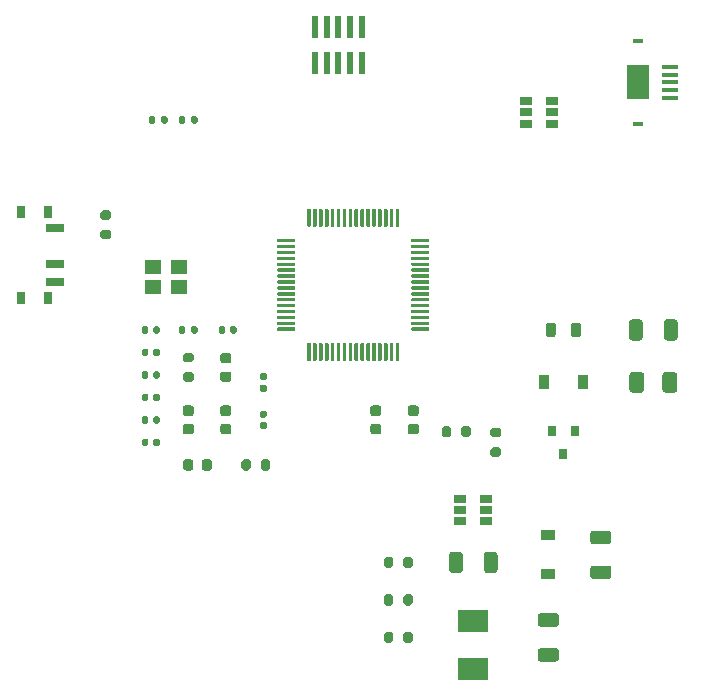
<source format=gbr>
%TF.GenerationSoftware,KiCad,Pcbnew,(5.1.9)-1*%
%TF.CreationDate,2021-05-06T02:52:03-06:00*%
%TF.ProjectId,stm32 design,73746d33-3220-4646-9573-69676e2e6b69,rev?*%
%TF.SameCoordinates,Original*%
%TF.FileFunction,Paste,Top*%
%TF.FilePolarity,Positive*%
%FSLAX46Y46*%
G04 Gerber Fmt 4.6, Leading zero omitted, Abs format (unit mm)*
G04 Created by KiCad (PCBNEW (5.1.9)-1) date 2021-05-06 02:52:03*
%MOMM*%
%LPD*%
G01*
G04 APERTURE LIST*
%ADD10R,1.350000X0.400000*%
%ADD11R,1.900000X2.900000*%
%ADD12R,0.850000X0.300000*%
%ADD13R,0.900000X1.200000*%
%ADD14R,1.200000X0.900000*%
%ADD15R,0.500000X1.850000*%
%ADD16R,2.500000X1.900000*%
%ADD17R,0.800000X0.900000*%
%ADD18R,1.500000X0.700000*%
%ADD19R,0.800000X1.000000*%
%ADD20R,1.060000X0.650000*%
%ADD21R,1.400000X1.200000*%
G04 APERTURE END LIST*
D10*
%TO.C,J2*%
X167775000Y-59025000D03*
X167775000Y-59675000D03*
X167775000Y-60325000D03*
X167775000Y-61625000D03*
X167775000Y-60975000D03*
D11*
X165100000Y-60325000D03*
D12*
X165100000Y-63825000D03*
X165100000Y-56825000D03*
%TD*%
%TO.C,C1*%
G36*
G01*
X130530000Y-81450000D02*
X130530000Y-81110000D01*
G75*
G02*
X130670000Y-80970000I140000J0D01*
G01*
X130950000Y-80970000D01*
G75*
G02*
X131090000Y-81110000I0J-140000D01*
G01*
X131090000Y-81450000D01*
G75*
G02*
X130950000Y-81590000I-140000J0D01*
G01*
X130670000Y-81590000D01*
G75*
G02*
X130530000Y-81450000I0J140000D01*
G01*
G37*
G36*
G01*
X129570000Y-81450000D02*
X129570000Y-81110000D01*
G75*
G02*
X129710000Y-80970000I140000J0D01*
G01*
X129990000Y-80970000D01*
G75*
G02*
X130130000Y-81110000I0J-140000D01*
G01*
X130130000Y-81450000D01*
G75*
G02*
X129990000Y-81590000I-140000J0D01*
G01*
X129710000Y-81590000D01*
G75*
G02*
X129570000Y-81450000I0J140000D01*
G01*
G37*
%TD*%
%TO.C,C2*%
G36*
G01*
X127250000Y-88575000D02*
X126750000Y-88575000D01*
G75*
G02*
X126525000Y-88350000I0J225000D01*
G01*
X126525000Y-87900000D01*
G75*
G02*
X126750000Y-87675000I225000J0D01*
G01*
X127250000Y-87675000D01*
G75*
G02*
X127475000Y-87900000I0J-225000D01*
G01*
X127475000Y-88350000D01*
G75*
G02*
X127250000Y-88575000I-225000J0D01*
G01*
G37*
G36*
G01*
X127250000Y-90125000D02*
X126750000Y-90125000D01*
G75*
G02*
X126525000Y-89900000I0J225000D01*
G01*
X126525000Y-89450000D01*
G75*
G02*
X126750000Y-89225000I225000J0D01*
G01*
X127250000Y-89225000D01*
G75*
G02*
X127475000Y-89450000I0J-225000D01*
G01*
X127475000Y-89900000D01*
G75*
G02*
X127250000Y-90125000I-225000J0D01*
G01*
G37*
%TD*%
%TO.C,C3*%
G36*
G01*
X124585000Y-81110000D02*
X124585000Y-81450000D01*
G75*
G02*
X124445000Y-81590000I-140000J0D01*
G01*
X124165000Y-81590000D01*
G75*
G02*
X124025000Y-81450000I0J140000D01*
G01*
X124025000Y-81110000D01*
G75*
G02*
X124165000Y-80970000I140000J0D01*
G01*
X124445000Y-80970000D01*
G75*
G02*
X124585000Y-81110000I0J-140000D01*
G01*
G37*
G36*
G01*
X123625000Y-81110000D02*
X123625000Y-81450000D01*
G75*
G02*
X123485000Y-81590000I-140000J0D01*
G01*
X123205000Y-81590000D01*
G75*
G02*
X123065000Y-81450000I0J140000D01*
G01*
X123065000Y-81110000D01*
G75*
G02*
X123205000Y-80970000I140000J0D01*
G01*
X123485000Y-80970000D01*
G75*
G02*
X123625000Y-81110000I0J-140000D01*
G01*
G37*
%TD*%
%TO.C,C4*%
G36*
G01*
X124025000Y-85260000D02*
X124025000Y-84920000D01*
G75*
G02*
X124165000Y-84780000I140000J0D01*
G01*
X124445000Y-84780000D01*
G75*
G02*
X124585000Y-84920000I0J-140000D01*
G01*
X124585000Y-85260000D01*
G75*
G02*
X124445000Y-85400000I-140000J0D01*
G01*
X124165000Y-85400000D01*
G75*
G02*
X124025000Y-85260000I0J140000D01*
G01*
G37*
G36*
G01*
X123065000Y-85260000D02*
X123065000Y-84920000D01*
G75*
G02*
X123205000Y-84780000I140000J0D01*
G01*
X123485000Y-84780000D01*
G75*
G02*
X123625000Y-84920000I0J-140000D01*
G01*
X123625000Y-85260000D01*
G75*
G02*
X123485000Y-85400000I-140000J0D01*
G01*
X123205000Y-85400000D01*
G75*
G02*
X123065000Y-85260000I0J140000D01*
G01*
G37*
%TD*%
%TO.C,C5*%
G36*
G01*
X124585000Y-83015000D02*
X124585000Y-83355000D01*
G75*
G02*
X124445000Y-83495000I-140000J0D01*
G01*
X124165000Y-83495000D01*
G75*
G02*
X124025000Y-83355000I0J140000D01*
G01*
X124025000Y-83015000D01*
G75*
G02*
X124165000Y-82875000I140000J0D01*
G01*
X124445000Y-82875000D01*
G75*
G02*
X124585000Y-83015000I0J-140000D01*
G01*
G37*
G36*
G01*
X123625000Y-83015000D02*
X123625000Y-83355000D01*
G75*
G02*
X123485000Y-83495000I-140000J0D01*
G01*
X123205000Y-83495000D01*
G75*
G02*
X123065000Y-83355000I0J140000D01*
G01*
X123065000Y-83015000D01*
G75*
G02*
X123205000Y-82875000I140000J0D01*
G01*
X123485000Y-82875000D01*
G75*
G02*
X123625000Y-83015000I0J-140000D01*
G01*
G37*
%TD*%
%TO.C,C6*%
G36*
G01*
X123625000Y-90635000D02*
X123625000Y-90975000D01*
G75*
G02*
X123485000Y-91115000I-140000J0D01*
G01*
X123205000Y-91115000D01*
G75*
G02*
X123065000Y-90975000I0J140000D01*
G01*
X123065000Y-90635000D01*
G75*
G02*
X123205000Y-90495000I140000J0D01*
G01*
X123485000Y-90495000D01*
G75*
G02*
X123625000Y-90635000I0J-140000D01*
G01*
G37*
G36*
G01*
X124585000Y-90635000D02*
X124585000Y-90975000D01*
G75*
G02*
X124445000Y-91115000I-140000J0D01*
G01*
X124165000Y-91115000D01*
G75*
G02*
X124025000Y-90975000I0J140000D01*
G01*
X124025000Y-90635000D01*
G75*
G02*
X124165000Y-90495000I140000J0D01*
G01*
X124445000Y-90495000D01*
G75*
G02*
X124585000Y-90635000I0J-140000D01*
G01*
G37*
%TD*%
%TO.C,C7*%
G36*
G01*
X142625000Y-87675000D02*
X143125000Y-87675000D01*
G75*
G02*
X143350000Y-87900000I0J-225000D01*
G01*
X143350000Y-88350000D01*
G75*
G02*
X143125000Y-88575000I-225000J0D01*
G01*
X142625000Y-88575000D01*
G75*
G02*
X142400000Y-88350000I0J225000D01*
G01*
X142400000Y-87900000D01*
G75*
G02*
X142625000Y-87675000I225000J0D01*
G01*
G37*
G36*
G01*
X142625000Y-89225000D02*
X143125000Y-89225000D01*
G75*
G02*
X143350000Y-89450000I0J-225000D01*
G01*
X143350000Y-89900000D01*
G75*
G02*
X143125000Y-90125000I-225000J0D01*
G01*
X142625000Y-90125000D01*
G75*
G02*
X142400000Y-89900000I0J225000D01*
G01*
X142400000Y-89450000D01*
G75*
G02*
X142625000Y-89225000I225000J0D01*
G01*
G37*
%TD*%
%TO.C,C8*%
G36*
G01*
X145800000Y-89225000D02*
X146300000Y-89225000D01*
G75*
G02*
X146525000Y-89450000I0J-225000D01*
G01*
X146525000Y-89900000D01*
G75*
G02*
X146300000Y-90125000I-225000J0D01*
G01*
X145800000Y-90125000D01*
G75*
G02*
X145575000Y-89900000I0J225000D01*
G01*
X145575000Y-89450000D01*
G75*
G02*
X145800000Y-89225000I225000J0D01*
G01*
G37*
G36*
G01*
X145800000Y-87675000D02*
X146300000Y-87675000D01*
G75*
G02*
X146525000Y-87900000I0J-225000D01*
G01*
X146525000Y-88350000D01*
G75*
G02*
X146300000Y-88575000I-225000J0D01*
G01*
X145800000Y-88575000D01*
G75*
G02*
X145575000Y-88350000I0J225000D01*
G01*
X145575000Y-87900000D01*
G75*
G02*
X145800000Y-87675000I225000J0D01*
G01*
G37*
%TD*%
%TO.C,C9*%
G36*
G01*
X124585000Y-86825000D02*
X124585000Y-87165000D01*
G75*
G02*
X124445000Y-87305000I-140000J0D01*
G01*
X124165000Y-87305000D01*
G75*
G02*
X124025000Y-87165000I0J140000D01*
G01*
X124025000Y-86825000D01*
G75*
G02*
X124165000Y-86685000I140000J0D01*
G01*
X124445000Y-86685000D01*
G75*
G02*
X124585000Y-86825000I0J-140000D01*
G01*
G37*
G36*
G01*
X123625000Y-86825000D02*
X123625000Y-87165000D01*
G75*
G02*
X123485000Y-87305000I-140000J0D01*
G01*
X123205000Y-87305000D01*
G75*
G02*
X123065000Y-87165000I0J140000D01*
G01*
X123065000Y-86825000D01*
G75*
G02*
X123205000Y-86685000I140000J0D01*
G01*
X123485000Y-86685000D01*
G75*
G02*
X123625000Y-86825000I0J-140000D01*
G01*
G37*
%TD*%
%TO.C,C10*%
G36*
G01*
X123625000Y-88730000D02*
X123625000Y-89070000D01*
G75*
G02*
X123485000Y-89210000I-140000J0D01*
G01*
X123205000Y-89210000D01*
G75*
G02*
X123065000Y-89070000I0J140000D01*
G01*
X123065000Y-88730000D01*
G75*
G02*
X123205000Y-88590000I140000J0D01*
G01*
X123485000Y-88590000D01*
G75*
G02*
X123625000Y-88730000I0J-140000D01*
G01*
G37*
G36*
G01*
X124585000Y-88730000D02*
X124585000Y-89070000D01*
G75*
G02*
X124445000Y-89210000I-140000J0D01*
G01*
X124165000Y-89210000D01*
G75*
G02*
X124025000Y-89070000I0J140000D01*
G01*
X124025000Y-88730000D01*
G75*
G02*
X124165000Y-88590000I140000J0D01*
G01*
X124445000Y-88590000D01*
G75*
G02*
X124585000Y-88730000I0J-140000D01*
G01*
G37*
%TD*%
%TO.C,C11*%
G36*
G01*
X133180000Y-88140000D02*
X133520000Y-88140000D01*
G75*
G02*
X133660000Y-88280000I0J-140000D01*
G01*
X133660000Y-88560000D01*
G75*
G02*
X133520000Y-88700000I-140000J0D01*
G01*
X133180000Y-88700000D01*
G75*
G02*
X133040000Y-88560000I0J140000D01*
G01*
X133040000Y-88280000D01*
G75*
G02*
X133180000Y-88140000I140000J0D01*
G01*
G37*
G36*
G01*
X133180000Y-89100000D02*
X133520000Y-89100000D01*
G75*
G02*
X133660000Y-89240000I0J-140000D01*
G01*
X133660000Y-89520000D01*
G75*
G02*
X133520000Y-89660000I-140000J0D01*
G01*
X133180000Y-89660000D01*
G75*
G02*
X133040000Y-89520000I0J140000D01*
G01*
X133040000Y-89240000D01*
G75*
G02*
X133180000Y-89100000I140000J0D01*
G01*
G37*
%TD*%
%TO.C,C12*%
G36*
G01*
X130425000Y-90125000D02*
X129925000Y-90125000D01*
G75*
G02*
X129700000Y-89900000I0J225000D01*
G01*
X129700000Y-89450000D01*
G75*
G02*
X129925000Y-89225000I225000J0D01*
G01*
X130425000Y-89225000D01*
G75*
G02*
X130650000Y-89450000I0J-225000D01*
G01*
X130650000Y-89900000D01*
G75*
G02*
X130425000Y-90125000I-225000J0D01*
G01*
G37*
G36*
G01*
X130425000Y-88575000D02*
X129925000Y-88575000D01*
G75*
G02*
X129700000Y-88350000I0J225000D01*
G01*
X129700000Y-87900000D01*
G75*
G02*
X129925000Y-87675000I225000J0D01*
G01*
X130425000Y-87675000D01*
G75*
G02*
X130650000Y-87900000I0J-225000D01*
G01*
X130650000Y-88350000D01*
G75*
G02*
X130425000Y-88575000I-225000J0D01*
G01*
G37*
%TD*%
%TO.C,C13*%
G36*
G01*
X167270000Y-81930001D02*
X167270000Y-80629999D01*
G75*
G02*
X167519999Y-80380000I249999J0D01*
G01*
X168170001Y-80380000D01*
G75*
G02*
X168420000Y-80629999I0J-249999D01*
G01*
X168420000Y-81930001D01*
G75*
G02*
X168170001Y-82180000I-249999J0D01*
G01*
X167519999Y-82180000D01*
G75*
G02*
X167270000Y-81930001I0J249999D01*
G01*
G37*
G36*
G01*
X164320000Y-81930001D02*
X164320000Y-80629999D01*
G75*
G02*
X164569999Y-80380000I249999J0D01*
G01*
X165220001Y-80380000D01*
G75*
G02*
X165470000Y-80629999I0J-249999D01*
G01*
X165470000Y-81930001D01*
G75*
G02*
X165220001Y-82180000I-249999J0D01*
G01*
X164569999Y-82180000D01*
G75*
G02*
X164320000Y-81930001I0J249999D01*
G01*
G37*
%TD*%
%TO.C,C14*%
G36*
G01*
X153180000Y-100314999D02*
X153180000Y-101615001D01*
G75*
G02*
X152930001Y-101865000I-249999J0D01*
G01*
X152279999Y-101865000D01*
G75*
G02*
X152030000Y-101615001I0J249999D01*
G01*
X152030000Y-100314999D01*
G75*
G02*
X152279999Y-100065000I249999J0D01*
G01*
X152930001Y-100065000D01*
G75*
G02*
X153180000Y-100314999I0J-249999D01*
G01*
G37*
G36*
G01*
X150230000Y-100314999D02*
X150230000Y-101615001D01*
G75*
G02*
X149980001Y-101865000I-249999J0D01*
G01*
X149329999Y-101865000D01*
G75*
G02*
X149080000Y-101615001I0J249999D01*
G01*
X149080000Y-100314999D01*
G75*
G02*
X149329999Y-100065000I249999J0D01*
G01*
X149980001Y-100065000D01*
G75*
G02*
X150230000Y-100314999I0J-249999D01*
G01*
G37*
%TD*%
%TO.C,C15*%
G36*
G01*
X156829999Y-105265000D02*
X158130001Y-105265000D01*
G75*
G02*
X158380000Y-105514999I0J-249999D01*
G01*
X158380000Y-106165001D01*
G75*
G02*
X158130001Y-106415000I-249999J0D01*
G01*
X156829999Y-106415000D01*
G75*
G02*
X156580000Y-106165001I0J249999D01*
G01*
X156580000Y-105514999D01*
G75*
G02*
X156829999Y-105265000I249999J0D01*
G01*
G37*
G36*
G01*
X156829999Y-108215000D02*
X158130001Y-108215000D01*
G75*
G02*
X158380000Y-108464999I0J-249999D01*
G01*
X158380000Y-109115001D01*
G75*
G02*
X158130001Y-109365000I-249999J0D01*
G01*
X156829999Y-109365000D01*
G75*
G02*
X156580000Y-109115001I0J249999D01*
G01*
X156580000Y-108464999D01*
G75*
G02*
X156829999Y-108215000I249999J0D01*
G01*
G37*
%TD*%
%TO.C,C16*%
G36*
G01*
X162575001Y-99430000D02*
X161274999Y-99430000D01*
G75*
G02*
X161025000Y-99180001I0J249999D01*
G01*
X161025000Y-98529999D01*
G75*
G02*
X161274999Y-98280000I249999J0D01*
G01*
X162575001Y-98280000D01*
G75*
G02*
X162825000Y-98529999I0J-249999D01*
G01*
X162825000Y-99180001D01*
G75*
G02*
X162575001Y-99430000I-249999J0D01*
G01*
G37*
G36*
G01*
X162575001Y-102380000D02*
X161274999Y-102380000D01*
G75*
G02*
X161025000Y-102130001I0J249999D01*
G01*
X161025000Y-101479999D01*
G75*
G02*
X161274999Y-101230000I249999J0D01*
G01*
X162575001Y-101230000D01*
G75*
G02*
X162825000Y-101479999I0J-249999D01*
G01*
X162825000Y-102130001D01*
G75*
G02*
X162575001Y-102380000I-249999J0D01*
G01*
G37*
%TD*%
%TO.C,D1*%
G36*
G01*
X130431250Y-84105000D02*
X129918750Y-84105000D01*
G75*
G02*
X129700000Y-83886250I0J218750D01*
G01*
X129700000Y-83448750D01*
G75*
G02*
X129918750Y-83230000I218750J0D01*
G01*
X130431250Y-83230000D01*
G75*
G02*
X130650000Y-83448750I0J-218750D01*
G01*
X130650000Y-83886250D01*
G75*
G02*
X130431250Y-84105000I-218750J0D01*
G01*
G37*
G36*
G01*
X130431250Y-85680000D02*
X129918750Y-85680000D01*
G75*
G02*
X129700000Y-85461250I0J218750D01*
G01*
X129700000Y-85023750D01*
G75*
G02*
X129918750Y-84805000I218750J0D01*
G01*
X130431250Y-84805000D01*
G75*
G02*
X130650000Y-85023750I0J-218750D01*
G01*
X130650000Y-85461250D01*
G75*
G02*
X130431250Y-85680000I-218750J0D01*
G01*
G37*
%TD*%
D13*
%TO.C,D2*%
X160400000Y-85725000D03*
X157100000Y-85725000D03*
%TD*%
D14*
%TO.C,D3*%
X157480000Y-98680000D03*
X157480000Y-101980000D03*
%TD*%
%TO.C,D4*%
G36*
G01*
X126562500Y-92966250D02*
X126562500Y-92453750D01*
G75*
G02*
X126781250Y-92235000I218750J0D01*
G01*
X127218750Y-92235000D01*
G75*
G02*
X127437500Y-92453750I0J-218750D01*
G01*
X127437500Y-92966250D01*
G75*
G02*
X127218750Y-93185000I-218750J0D01*
G01*
X126781250Y-93185000D01*
G75*
G02*
X126562500Y-92966250I0J218750D01*
G01*
G37*
G36*
G01*
X128137500Y-92966250D02*
X128137500Y-92453750D01*
G75*
G02*
X128356250Y-92235000I218750J0D01*
G01*
X128793750Y-92235000D01*
G75*
G02*
X129012500Y-92453750I0J-218750D01*
G01*
X129012500Y-92966250D01*
G75*
G02*
X128793750Y-93185000I-218750J0D01*
G01*
X128356250Y-93185000D01*
G75*
G02*
X128137500Y-92966250I0J218750D01*
G01*
G37*
%TD*%
%TO.C,F1*%
G36*
G01*
X164345000Y-86350000D02*
X164345000Y-85100000D01*
G75*
G02*
X164595000Y-84850000I250000J0D01*
G01*
X165345000Y-84850000D01*
G75*
G02*
X165595000Y-85100000I0J-250000D01*
G01*
X165595000Y-86350000D01*
G75*
G02*
X165345000Y-86600000I-250000J0D01*
G01*
X164595000Y-86600000D01*
G75*
G02*
X164345000Y-86350000I0J250000D01*
G01*
G37*
G36*
G01*
X167145000Y-86350000D02*
X167145000Y-85100000D01*
G75*
G02*
X167395000Y-84850000I250000J0D01*
G01*
X168145000Y-84850000D01*
G75*
G02*
X168395000Y-85100000I0J-250000D01*
G01*
X168395000Y-86350000D01*
G75*
G02*
X168145000Y-86600000I-250000J0D01*
G01*
X167395000Y-86600000D01*
G75*
G02*
X167145000Y-86350000I0J250000D01*
G01*
G37*
%TD*%
%TO.C,FB1*%
G36*
G01*
X160250000Y-80898750D02*
X160250000Y-81661250D01*
G75*
G02*
X160031250Y-81880000I-218750J0D01*
G01*
X159593750Y-81880000D01*
G75*
G02*
X159375000Y-81661250I0J218750D01*
G01*
X159375000Y-80898750D01*
G75*
G02*
X159593750Y-80680000I218750J0D01*
G01*
X160031250Y-80680000D01*
G75*
G02*
X160250000Y-80898750I0J-218750D01*
G01*
G37*
G36*
G01*
X158125000Y-80898750D02*
X158125000Y-81661250D01*
G75*
G02*
X157906250Y-81880000I-218750J0D01*
G01*
X157468750Y-81880000D01*
G75*
G02*
X157250000Y-81661250I0J218750D01*
G01*
X157250000Y-80898750D01*
G75*
G02*
X157468750Y-80680000I218750J0D01*
G01*
X157906250Y-80680000D01*
G75*
G02*
X158125000Y-80898750I0J-218750D01*
G01*
G37*
%TD*%
D15*
%TO.C,J3*%
X141700000Y-58675000D03*
X141700000Y-55625000D03*
X140700000Y-58675000D03*
X140700000Y-55625000D03*
X139700000Y-58675000D03*
X139700000Y-55625000D03*
X138700000Y-58675000D03*
X138700000Y-55625000D03*
X137700000Y-58675000D03*
X137700000Y-55625000D03*
%TD*%
%TO.C,L1*%
G36*
G01*
X133177500Y-84945000D02*
X133522500Y-84945000D01*
G75*
G02*
X133670000Y-85092500I0J-147500D01*
G01*
X133670000Y-85387500D01*
G75*
G02*
X133522500Y-85535000I-147500J0D01*
G01*
X133177500Y-85535000D01*
G75*
G02*
X133030000Y-85387500I0J147500D01*
G01*
X133030000Y-85092500D01*
G75*
G02*
X133177500Y-84945000I147500J0D01*
G01*
G37*
G36*
G01*
X133177500Y-85915000D02*
X133522500Y-85915000D01*
G75*
G02*
X133670000Y-86062500I0J-147500D01*
G01*
X133670000Y-86357500D01*
G75*
G02*
X133522500Y-86505000I-147500J0D01*
G01*
X133177500Y-86505000D01*
G75*
G02*
X133030000Y-86357500I0J147500D01*
G01*
X133030000Y-86062500D01*
G75*
G02*
X133177500Y-85915000I147500J0D01*
G01*
G37*
%TD*%
D16*
%TO.C,L2*%
X151130000Y-110000000D03*
X151130000Y-105900000D03*
%TD*%
D17*
%TO.C,Q1*%
X159700000Y-89805000D03*
X157800000Y-89805000D03*
X158750000Y-91805000D03*
%TD*%
%TO.C,R1*%
G36*
G01*
X127275000Y-84030000D02*
X126725000Y-84030000D01*
G75*
G02*
X126525000Y-83830000I0J200000D01*
G01*
X126525000Y-83430000D01*
G75*
G02*
X126725000Y-83230000I200000J0D01*
G01*
X127275000Y-83230000D01*
G75*
G02*
X127475000Y-83430000I0J-200000D01*
G01*
X127475000Y-83830000D01*
G75*
G02*
X127275000Y-84030000I-200000J0D01*
G01*
G37*
G36*
G01*
X127275000Y-85680000D02*
X126725000Y-85680000D01*
G75*
G02*
X126525000Y-85480000I0J200000D01*
G01*
X126525000Y-85080000D01*
G75*
G02*
X126725000Y-84880000I200000J0D01*
G01*
X127275000Y-84880000D01*
G75*
G02*
X127475000Y-85080000I0J-200000D01*
G01*
X127475000Y-85480000D01*
G75*
G02*
X127275000Y-85680000I-200000J0D01*
G01*
G37*
%TD*%
%TO.C,R2*%
G36*
G01*
X127240000Y-63685000D02*
X127240000Y-63315000D01*
G75*
G02*
X127375000Y-63180000I135000J0D01*
G01*
X127645000Y-63180000D01*
G75*
G02*
X127780000Y-63315000I0J-135000D01*
G01*
X127780000Y-63685000D01*
G75*
G02*
X127645000Y-63820000I-135000J0D01*
G01*
X127375000Y-63820000D01*
G75*
G02*
X127240000Y-63685000I0J135000D01*
G01*
G37*
G36*
G01*
X126220000Y-63685000D02*
X126220000Y-63315000D01*
G75*
G02*
X126355000Y-63180000I135000J0D01*
G01*
X126625000Y-63180000D01*
G75*
G02*
X126760000Y-63315000I0J-135000D01*
G01*
X126760000Y-63685000D01*
G75*
G02*
X126625000Y-63820000I-135000J0D01*
G01*
X126355000Y-63820000D01*
G75*
G02*
X126220000Y-63685000I0J135000D01*
G01*
G37*
%TD*%
%TO.C,R3*%
G36*
G01*
X119740000Y-72815000D02*
X120290000Y-72815000D01*
G75*
G02*
X120490000Y-73015000I0J-200000D01*
G01*
X120490000Y-73415000D01*
G75*
G02*
X120290000Y-73615000I-200000J0D01*
G01*
X119740000Y-73615000D01*
G75*
G02*
X119540000Y-73415000I0J200000D01*
G01*
X119540000Y-73015000D01*
G75*
G02*
X119740000Y-72815000I200000J0D01*
G01*
G37*
G36*
G01*
X119740000Y-71165000D02*
X120290000Y-71165000D01*
G75*
G02*
X120490000Y-71365000I0J-200000D01*
G01*
X120490000Y-71765000D01*
G75*
G02*
X120290000Y-71965000I-200000J0D01*
G01*
X119740000Y-71965000D01*
G75*
G02*
X119540000Y-71765000I0J200000D01*
G01*
X119540000Y-71365000D01*
G75*
G02*
X119740000Y-71165000I200000J0D01*
G01*
G37*
%TD*%
%TO.C,R4*%
G36*
G01*
X126220000Y-81465000D02*
X126220000Y-81095000D01*
G75*
G02*
X126355000Y-80960000I135000J0D01*
G01*
X126625000Y-80960000D01*
G75*
G02*
X126760000Y-81095000I0J-135000D01*
G01*
X126760000Y-81465000D01*
G75*
G02*
X126625000Y-81600000I-135000J0D01*
G01*
X126355000Y-81600000D01*
G75*
G02*
X126220000Y-81465000I0J135000D01*
G01*
G37*
G36*
G01*
X127240000Y-81465000D02*
X127240000Y-81095000D01*
G75*
G02*
X127375000Y-80960000I135000J0D01*
G01*
X127645000Y-80960000D01*
G75*
G02*
X127780000Y-81095000I0J-135000D01*
G01*
X127780000Y-81465000D01*
G75*
G02*
X127645000Y-81600000I-135000J0D01*
G01*
X127375000Y-81600000D01*
G75*
G02*
X127240000Y-81465000I0J135000D01*
G01*
G37*
%TD*%
%TO.C,R5*%
G36*
G01*
X123680000Y-63685000D02*
X123680000Y-63315000D01*
G75*
G02*
X123815000Y-63180000I135000J0D01*
G01*
X124085000Y-63180000D01*
G75*
G02*
X124220000Y-63315000I0J-135000D01*
G01*
X124220000Y-63685000D01*
G75*
G02*
X124085000Y-63820000I-135000J0D01*
G01*
X123815000Y-63820000D01*
G75*
G02*
X123680000Y-63685000I0J135000D01*
G01*
G37*
G36*
G01*
X124700000Y-63685000D02*
X124700000Y-63315000D01*
G75*
G02*
X124835000Y-63180000I135000J0D01*
G01*
X125105000Y-63180000D01*
G75*
G02*
X125240000Y-63315000I0J-135000D01*
G01*
X125240000Y-63685000D01*
G75*
G02*
X125105000Y-63820000I-135000J0D01*
G01*
X124835000Y-63820000D01*
G75*
G02*
X124700000Y-63685000I0J135000D01*
G01*
G37*
%TD*%
%TO.C,R6*%
G36*
G01*
X153310000Y-92030000D02*
X152760000Y-92030000D01*
G75*
G02*
X152560000Y-91830000I0J200000D01*
G01*
X152560000Y-91430000D01*
G75*
G02*
X152760000Y-91230000I200000J0D01*
G01*
X153310000Y-91230000D01*
G75*
G02*
X153510000Y-91430000I0J-200000D01*
G01*
X153510000Y-91830000D01*
G75*
G02*
X153310000Y-92030000I-200000J0D01*
G01*
G37*
G36*
G01*
X153310000Y-90380000D02*
X152760000Y-90380000D01*
G75*
G02*
X152560000Y-90180000I0J200000D01*
G01*
X152560000Y-89780000D01*
G75*
G02*
X152760000Y-89580000I200000J0D01*
G01*
X153310000Y-89580000D01*
G75*
G02*
X153510000Y-89780000I0J-200000D01*
G01*
X153510000Y-90180000D01*
G75*
G02*
X153310000Y-90380000I-200000J0D01*
G01*
G37*
%TD*%
%TO.C,R7*%
G36*
G01*
X149275000Y-89625000D02*
X149275000Y-90175000D01*
G75*
G02*
X149075000Y-90375000I-200000J0D01*
G01*
X148675000Y-90375000D01*
G75*
G02*
X148475000Y-90175000I0J200000D01*
G01*
X148475000Y-89625000D01*
G75*
G02*
X148675000Y-89425000I200000J0D01*
G01*
X149075000Y-89425000D01*
G75*
G02*
X149275000Y-89625000I0J-200000D01*
G01*
G37*
G36*
G01*
X150925000Y-89625000D02*
X150925000Y-90175000D01*
G75*
G02*
X150725000Y-90375000I-200000J0D01*
G01*
X150325000Y-90375000D01*
G75*
G02*
X150125000Y-90175000I0J200000D01*
G01*
X150125000Y-89625000D01*
G75*
G02*
X150325000Y-89425000I200000J0D01*
G01*
X150725000Y-89425000D01*
G75*
G02*
X150925000Y-89625000I0J-200000D01*
G01*
G37*
%TD*%
%TO.C,R8*%
G36*
G01*
X146005000Y-100690000D02*
X146005000Y-101240000D01*
G75*
G02*
X145805000Y-101440000I-200000J0D01*
G01*
X145405000Y-101440000D01*
G75*
G02*
X145205000Y-101240000I0J200000D01*
G01*
X145205000Y-100690000D01*
G75*
G02*
X145405000Y-100490000I200000J0D01*
G01*
X145805000Y-100490000D01*
G75*
G02*
X146005000Y-100690000I0J-200000D01*
G01*
G37*
G36*
G01*
X144355000Y-100690000D02*
X144355000Y-101240000D01*
G75*
G02*
X144155000Y-101440000I-200000J0D01*
G01*
X143755000Y-101440000D01*
G75*
G02*
X143555000Y-101240000I0J200000D01*
G01*
X143555000Y-100690000D01*
G75*
G02*
X143755000Y-100490000I200000J0D01*
G01*
X144155000Y-100490000D01*
G75*
G02*
X144355000Y-100690000I0J-200000D01*
G01*
G37*
%TD*%
%TO.C,R9*%
G36*
G01*
X145205000Y-104415000D02*
X145205000Y-103865000D01*
G75*
G02*
X145405000Y-103665000I200000J0D01*
G01*
X145805000Y-103665000D01*
G75*
G02*
X146005000Y-103865000I0J-200000D01*
G01*
X146005000Y-104415000D01*
G75*
G02*
X145805000Y-104615000I-200000J0D01*
G01*
X145405000Y-104615000D01*
G75*
G02*
X145205000Y-104415000I0J200000D01*
G01*
G37*
G36*
G01*
X143555000Y-104415000D02*
X143555000Y-103865000D01*
G75*
G02*
X143755000Y-103665000I200000J0D01*
G01*
X144155000Y-103665000D01*
G75*
G02*
X144355000Y-103865000I0J-200000D01*
G01*
X144355000Y-104415000D01*
G75*
G02*
X144155000Y-104615000I-200000J0D01*
G01*
X143755000Y-104615000D01*
G75*
G02*
X143555000Y-104415000I0J200000D01*
G01*
G37*
%TD*%
%TO.C,R10*%
G36*
G01*
X143555000Y-107590000D02*
X143555000Y-107040000D01*
G75*
G02*
X143755000Y-106840000I200000J0D01*
G01*
X144155000Y-106840000D01*
G75*
G02*
X144355000Y-107040000I0J-200000D01*
G01*
X144355000Y-107590000D01*
G75*
G02*
X144155000Y-107790000I-200000J0D01*
G01*
X143755000Y-107790000D01*
G75*
G02*
X143555000Y-107590000I0J200000D01*
G01*
G37*
G36*
G01*
X145205000Y-107590000D02*
X145205000Y-107040000D01*
G75*
G02*
X145405000Y-106840000I200000J0D01*
G01*
X145805000Y-106840000D01*
G75*
G02*
X146005000Y-107040000I0J-200000D01*
G01*
X146005000Y-107590000D01*
G75*
G02*
X145805000Y-107790000I-200000J0D01*
G01*
X145405000Y-107790000D01*
G75*
G02*
X145205000Y-107590000I0J200000D01*
G01*
G37*
%TD*%
%TO.C,R11*%
G36*
G01*
X133940000Y-92435000D02*
X133940000Y-92985000D01*
G75*
G02*
X133740000Y-93185000I-200000J0D01*
G01*
X133340000Y-93185000D01*
G75*
G02*
X133140000Y-92985000I0J200000D01*
G01*
X133140000Y-92435000D01*
G75*
G02*
X133340000Y-92235000I200000J0D01*
G01*
X133740000Y-92235000D01*
G75*
G02*
X133940000Y-92435000I0J-200000D01*
G01*
G37*
G36*
G01*
X132290000Y-92435000D02*
X132290000Y-92985000D01*
G75*
G02*
X132090000Y-93185000I-200000J0D01*
G01*
X131690000Y-93185000D01*
G75*
G02*
X131490000Y-92985000I0J200000D01*
G01*
X131490000Y-92435000D01*
G75*
G02*
X131690000Y-92235000I200000J0D01*
G01*
X132090000Y-92235000D01*
G75*
G02*
X132290000Y-92435000I0J-200000D01*
G01*
G37*
%TD*%
D18*
%TO.C,SW1*%
X115730000Y-72680000D03*
X115730000Y-75680000D03*
X115730000Y-77180000D03*
D19*
X112870000Y-71280000D03*
X112870000Y-78580000D03*
X115080000Y-78580000D03*
X115080000Y-71280000D03*
%TD*%
%TO.C,U1*%
G36*
G01*
X134520000Y-73795000D02*
X134520000Y-73645000D01*
G75*
G02*
X134595000Y-73570000I75000J0D01*
G01*
X135995000Y-73570000D01*
G75*
G02*
X136070000Y-73645000I0J-75000D01*
G01*
X136070000Y-73795000D01*
G75*
G02*
X135995000Y-73870000I-75000J0D01*
G01*
X134595000Y-73870000D01*
G75*
G02*
X134520000Y-73795000I0J75000D01*
G01*
G37*
G36*
G01*
X134520000Y-74295000D02*
X134520000Y-74145000D01*
G75*
G02*
X134595000Y-74070000I75000J0D01*
G01*
X135995000Y-74070000D01*
G75*
G02*
X136070000Y-74145000I0J-75000D01*
G01*
X136070000Y-74295000D01*
G75*
G02*
X135995000Y-74370000I-75000J0D01*
G01*
X134595000Y-74370000D01*
G75*
G02*
X134520000Y-74295000I0J75000D01*
G01*
G37*
G36*
G01*
X134520000Y-74795000D02*
X134520000Y-74645000D01*
G75*
G02*
X134595000Y-74570000I75000J0D01*
G01*
X135995000Y-74570000D01*
G75*
G02*
X136070000Y-74645000I0J-75000D01*
G01*
X136070000Y-74795000D01*
G75*
G02*
X135995000Y-74870000I-75000J0D01*
G01*
X134595000Y-74870000D01*
G75*
G02*
X134520000Y-74795000I0J75000D01*
G01*
G37*
G36*
G01*
X134520000Y-75295000D02*
X134520000Y-75145000D01*
G75*
G02*
X134595000Y-75070000I75000J0D01*
G01*
X135995000Y-75070000D01*
G75*
G02*
X136070000Y-75145000I0J-75000D01*
G01*
X136070000Y-75295000D01*
G75*
G02*
X135995000Y-75370000I-75000J0D01*
G01*
X134595000Y-75370000D01*
G75*
G02*
X134520000Y-75295000I0J75000D01*
G01*
G37*
G36*
G01*
X134520000Y-75795000D02*
X134520000Y-75645000D01*
G75*
G02*
X134595000Y-75570000I75000J0D01*
G01*
X135995000Y-75570000D01*
G75*
G02*
X136070000Y-75645000I0J-75000D01*
G01*
X136070000Y-75795000D01*
G75*
G02*
X135995000Y-75870000I-75000J0D01*
G01*
X134595000Y-75870000D01*
G75*
G02*
X134520000Y-75795000I0J75000D01*
G01*
G37*
G36*
G01*
X134520000Y-76295000D02*
X134520000Y-76145000D01*
G75*
G02*
X134595000Y-76070000I75000J0D01*
G01*
X135995000Y-76070000D01*
G75*
G02*
X136070000Y-76145000I0J-75000D01*
G01*
X136070000Y-76295000D01*
G75*
G02*
X135995000Y-76370000I-75000J0D01*
G01*
X134595000Y-76370000D01*
G75*
G02*
X134520000Y-76295000I0J75000D01*
G01*
G37*
G36*
G01*
X134520000Y-76795000D02*
X134520000Y-76645000D01*
G75*
G02*
X134595000Y-76570000I75000J0D01*
G01*
X135995000Y-76570000D01*
G75*
G02*
X136070000Y-76645000I0J-75000D01*
G01*
X136070000Y-76795000D01*
G75*
G02*
X135995000Y-76870000I-75000J0D01*
G01*
X134595000Y-76870000D01*
G75*
G02*
X134520000Y-76795000I0J75000D01*
G01*
G37*
G36*
G01*
X134520000Y-77295000D02*
X134520000Y-77145000D01*
G75*
G02*
X134595000Y-77070000I75000J0D01*
G01*
X135995000Y-77070000D01*
G75*
G02*
X136070000Y-77145000I0J-75000D01*
G01*
X136070000Y-77295000D01*
G75*
G02*
X135995000Y-77370000I-75000J0D01*
G01*
X134595000Y-77370000D01*
G75*
G02*
X134520000Y-77295000I0J75000D01*
G01*
G37*
G36*
G01*
X134520000Y-77795000D02*
X134520000Y-77645000D01*
G75*
G02*
X134595000Y-77570000I75000J0D01*
G01*
X135995000Y-77570000D01*
G75*
G02*
X136070000Y-77645000I0J-75000D01*
G01*
X136070000Y-77795000D01*
G75*
G02*
X135995000Y-77870000I-75000J0D01*
G01*
X134595000Y-77870000D01*
G75*
G02*
X134520000Y-77795000I0J75000D01*
G01*
G37*
G36*
G01*
X134520000Y-78295000D02*
X134520000Y-78145000D01*
G75*
G02*
X134595000Y-78070000I75000J0D01*
G01*
X135995000Y-78070000D01*
G75*
G02*
X136070000Y-78145000I0J-75000D01*
G01*
X136070000Y-78295000D01*
G75*
G02*
X135995000Y-78370000I-75000J0D01*
G01*
X134595000Y-78370000D01*
G75*
G02*
X134520000Y-78295000I0J75000D01*
G01*
G37*
G36*
G01*
X134520000Y-78795000D02*
X134520000Y-78645000D01*
G75*
G02*
X134595000Y-78570000I75000J0D01*
G01*
X135995000Y-78570000D01*
G75*
G02*
X136070000Y-78645000I0J-75000D01*
G01*
X136070000Y-78795000D01*
G75*
G02*
X135995000Y-78870000I-75000J0D01*
G01*
X134595000Y-78870000D01*
G75*
G02*
X134520000Y-78795000I0J75000D01*
G01*
G37*
G36*
G01*
X134520000Y-79295000D02*
X134520000Y-79145000D01*
G75*
G02*
X134595000Y-79070000I75000J0D01*
G01*
X135995000Y-79070000D01*
G75*
G02*
X136070000Y-79145000I0J-75000D01*
G01*
X136070000Y-79295000D01*
G75*
G02*
X135995000Y-79370000I-75000J0D01*
G01*
X134595000Y-79370000D01*
G75*
G02*
X134520000Y-79295000I0J75000D01*
G01*
G37*
G36*
G01*
X134520000Y-79795000D02*
X134520000Y-79645000D01*
G75*
G02*
X134595000Y-79570000I75000J0D01*
G01*
X135995000Y-79570000D01*
G75*
G02*
X136070000Y-79645000I0J-75000D01*
G01*
X136070000Y-79795000D01*
G75*
G02*
X135995000Y-79870000I-75000J0D01*
G01*
X134595000Y-79870000D01*
G75*
G02*
X134520000Y-79795000I0J75000D01*
G01*
G37*
G36*
G01*
X134520000Y-80295000D02*
X134520000Y-80145000D01*
G75*
G02*
X134595000Y-80070000I75000J0D01*
G01*
X135995000Y-80070000D01*
G75*
G02*
X136070000Y-80145000I0J-75000D01*
G01*
X136070000Y-80295000D01*
G75*
G02*
X135995000Y-80370000I-75000J0D01*
G01*
X134595000Y-80370000D01*
G75*
G02*
X134520000Y-80295000I0J75000D01*
G01*
G37*
G36*
G01*
X134520000Y-80795000D02*
X134520000Y-80645000D01*
G75*
G02*
X134595000Y-80570000I75000J0D01*
G01*
X135995000Y-80570000D01*
G75*
G02*
X136070000Y-80645000I0J-75000D01*
G01*
X136070000Y-80795000D01*
G75*
G02*
X135995000Y-80870000I-75000J0D01*
G01*
X134595000Y-80870000D01*
G75*
G02*
X134520000Y-80795000I0J75000D01*
G01*
G37*
G36*
G01*
X134520000Y-81295000D02*
X134520000Y-81145000D01*
G75*
G02*
X134595000Y-81070000I75000J0D01*
G01*
X135995000Y-81070000D01*
G75*
G02*
X136070000Y-81145000I0J-75000D01*
G01*
X136070000Y-81295000D01*
G75*
G02*
X135995000Y-81370000I-75000J0D01*
G01*
X134595000Y-81370000D01*
G75*
G02*
X134520000Y-81295000I0J75000D01*
G01*
G37*
G36*
G01*
X137070000Y-83845000D02*
X137070000Y-82445000D01*
G75*
G02*
X137145000Y-82370000I75000J0D01*
G01*
X137295000Y-82370000D01*
G75*
G02*
X137370000Y-82445000I0J-75000D01*
G01*
X137370000Y-83845000D01*
G75*
G02*
X137295000Y-83920000I-75000J0D01*
G01*
X137145000Y-83920000D01*
G75*
G02*
X137070000Y-83845000I0J75000D01*
G01*
G37*
G36*
G01*
X137570000Y-83845000D02*
X137570000Y-82445000D01*
G75*
G02*
X137645000Y-82370000I75000J0D01*
G01*
X137795000Y-82370000D01*
G75*
G02*
X137870000Y-82445000I0J-75000D01*
G01*
X137870000Y-83845000D01*
G75*
G02*
X137795000Y-83920000I-75000J0D01*
G01*
X137645000Y-83920000D01*
G75*
G02*
X137570000Y-83845000I0J75000D01*
G01*
G37*
G36*
G01*
X138070000Y-83845000D02*
X138070000Y-82445000D01*
G75*
G02*
X138145000Y-82370000I75000J0D01*
G01*
X138295000Y-82370000D01*
G75*
G02*
X138370000Y-82445000I0J-75000D01*
G01*
X138370000Y-83845000D01*
G75*
G02*
X138295000Y-83920000I-75000J0D01*
G01*
X138145000Y-83920000D01*
G75*
G02*
X138070000Y-83845000I0J75000D01*
G01*
G37*
G36*
G01*
X138570000Y-83845000D02*
X138570000Y-82445000D01*
G75*
G02*
X138645000Y-82370000I75000J0D01*
G01*
X138795000Y-82370000D01*
G75*
G02*
X138870000Y-82445000I0J-75000D01*
G01*
X138870000Y-83845000D01*
G75*
G02*
X138795000Y-83920000I-75000J0D01*
G01*
X138645000Y-83920000D01*
G75*
G02*
X138570000Y-83845000I0J75000D01*
G01*
G37*
G36*
G01*
X139070000Y-83845000D02*
X139070000Y-82445000D01*
G75*
G02*
X139145000Y-82370000I75000J0D01*
G01*
X139295000Y-82370000D01*
G75*
G02*
X139370000Y-82445000I0J-75000D01*
G01*
X139370000Y-83845000D01*
G75*
G02*
X139295000Y-83920000I-75000J0D01*
G01*
X139145000Y-83920000D01*
G75*
G02*
X139070000Y-83845000I0J75000D01*
G01*
G37*
G36*
G01*
X139570000Y-83845000D02*
X139570000Y-82445000D01*
G75*
G02*
X139645000Y-82370000I75000J0D01*
G01*
X139795000Y-82370000D01*
G75*
G02*
X139870000Y-82445000I0J-75000D01*
G01*
X139870000Y-83845000D01*
G75*
G02*
X139795000Y-83920000I-75000J0D01*
G01*
X139645000Y-83920000D01*
G75*
G02*
X139570000Y-83845000I0J75000D01*
G01*
G37*
G36*
G01*
X140070000Y-83845000D02*
X140070000Y-82445000D01*
G75*
G02*
X140145000Y-82370000I75000J0D01*
G01*
X140295000Y-82370000D01*
G75*
G02*
X140370000Y-82445000I0J-75000D01*
G01*
X140370000Y-83845000D01*
G75*
G02*
X140295000Y-83920000I-75000J0D01*
G01*
X140145000Y-83920000D01*
G75*
G02*
X140070000Y-83845000I0J75000D01*
G01*
G37*
G36*
G01*
X140570000Y-83845000D02*
X140570000Y-82445000D01*
G75*
G02*
X140645000Y-82370000I75000J0D01*
G01*
X140795000Y-82370000D01*
G75*
G02*
X140870000Y-82445000I0J-75000D01*
G01*
X140870000Y-83845000D01*
G75*
G02*
X140795000Y-83920000I-75000J0D01*
G01*
X140645000Y-83920000D01*
G75*
G02*
X140570000Y-83845000I0J75000D01*
G01*
G37*
G36*
G01*
X141070000Y-83845000D02*
X141070000Y-82445000D01*
G75*
G02*
X141145000Y-82370000I75000J0D01*
G01*
X141295000Y-82370000D01*
G75*
G02*
X141370000Y-82445000I0J-75000D01*
G01*
X141370000Y-83845000D01*
G75*
G02*
X141295000Y-83920000I-75000J0D01*
G01*
X141145000Y-83920000D01*
G75*
G02*
X141070000Y-83845000I0J75000D01*
G01*
G37*
G36*
G01*
X141570000Y-83845000D02*
X141570000Y-82445000D01*
G75*
G02*
X141645000Y-82370000I75000J0D01*
G01*
X141795000Y-82370000D01*
G75*
G02*
X141870000Y-82445000I0J-75000D01*
G01*
X141870000Y-83845000D01*
G75*
G02*
X141795000Y-83920000I-75000J0D01*
G01*
X141645000Y-83920000D01*
G75*
G02*
X141570000Y-83845000I0J75000D01*
G01*
G37*
G36*
G01*
X142070000Y-83845000D02*
X142070000Y-82445000D01*
G75*
G02*
X142145000Y-82370000I75000J0D01*
G01*
X142295000Y-82370000D01*
G75*
G02*
X142370000Y-82445000I0J-75000D01*
G01*
X142370000Y-83845000D01*
G75*
G02*
X142295000Y-83920000I-75000J0D01*
G01*
X142145000Y-83920000D01*
G75*
G02*
X142070000Y-83845000I0J75000D01*
G01*
G37*
G36*
G01*
X142570000Y-83845000D02*
X142570000Y-82445000D01*
G75*
G02*
X142645000Y-82370000I75000J0D01*
G01*
X142795000Y-82370000D01*
G75*
G02*
X142870000Y-82445000I0J-75000D01*
G01*
X142870000Y-83845000D01*
G75*
G02*
X142795000Y-83920000I-75000J0D01*
G01*
X142645000Y-83920000D01*
G75*
G02*
X142570000Y-83845000I0J75000D01*
G01*
G37*
G36*
G01*
X143070000Y-83845000D02*
X143070000Y-82445000D01*
G75*
G02*
X143145000Y-82370000I75000J0D01*
G01*
X143295000Y-82370000D01*
G75*
G02*
X143370000Y-82445000I0J-75000D01*
G01*
X143370000Y-83845000D01*
G75*
G02*
X143295000Y-83920000I-75000J0D01*
G01*
X143145000Y-83920000D01*
G75*
G02*
X143070000Y-83845000I0J75000D01*
G01*
G37*
G36*
G01*
X143570000Y-83845000D02*
X143570000Y-82445000D01*
G75*
G02*
X143645000Y-82370000I75000J0D01*
G01*
X143795000Y-82370000D01*
G75*
G02*
X143870000Y-82445000I0J-75000D01*
G01*
X143870000Y-83845000D01*
G75*
G02*
X143795000Y-83920000I-75000J0D01*
G01*
X143645000Y-83920000D01*
G75*
G02*
X143570000Y-83845000I0J75000D01*
G01*
G37*
G36*
G01*
X144070000Y-83845000D02*
X144070000Y-82445000D01*
G75*
G02*
X144145000Y-82370000I75000J0D01*
G01*
X144295000Y-82370000D01*
G75*
G02*
X144370000Y-82445000I0J-75000D01*
G01*
X144370000Y-83845000D01*
G75*
G02*
X144295000Y-83920000I-75000J0D01*
G01*
X144145000Y-83920000D01*
G75*
G02*
X144070000Y-83845000I0J75000D01*
G01*
G37*
G36*
G01*
X144570000Y-83845000D02*
X144570000Y-82445000D01*
G75*
G02*
X144645000Y-82370000I75000J0D01*
G01*
X144795000Y-82370000D01*
G75*
G02*
X144870000Y-82445000I0J-75000D01*
G01*
X144870000Y-83845000D01*
G75*
G02*
X144795000Y-83920000I-75000J0D01*
G01*
X144645000Y-83920000D01*
G75*
G02*
X144570000Y-83845000I0J75000D01*
G01*
G37*
G36*
G01*
X145870000Y-81295000D02*
X145870000Y-81145000D01*
G75*
G02*
X145945000Y-81070000I75000J0D01*
G01*
X147345000Y-81070000D01*
G75*
G02*
X147420000Y-81145000I0J-75000D01*
G01*
X147420000Y-81295000D01*
G75*
G02*
X147345000Y-81370000I-75000J0D01*
G01*
X145945000Y-81370000D01*
G75*
G02*
X145870000Y-81295000I0J75000D01*
G01*
G37*
G36*
G01*
X145870000Y-80795000D02*
X145870000Y-80645000D01*
G75*
G02*
X145945000Y-80570000I75000J0D01*
G01*
X147345000Y-80570000D01*
G75*
G02*
X147420000Y-80645000I0J-75000D01*
G01*
X147420000Y-80795000D01*
G75*
G02*
X147345000Y-80870000I-75000J0D01*
G01*
X145945000Y-80870000D01*
G75*
G02*
X145870000Y-80795000I0J75000D01*
G01*
G37*
G36*
G01*
X145870000Y-80295000D02*
X145870000Y-80145000D01*
G75*
G02*
X145945000Y-80070000I75000J0D01*
G01*
X147345000Y-80070000D01*
G75*
G02*
X147420000Y-80145000I0J-75000D01*
G01*
X147420000Y-80295000D01*
G75*
G02*
X147345000Y-80370000I-75000J0D01*
G01*
X145945000Y-80370000D01*
G75*
G02*
X145870000Y-80295000I0J75000D01*
G01*
G37*
G36*
G01*
X145870000Y-79795000D02*
X145870000Y-79645000D01*
G75*
G02*
X145945000Y-79570000I75000J0D01*
G01*
X147345000Y-79570000D01*
G75*
G02*
X147420000Y-79645000I0J-75000D01*
G01*
X147420000Y-79795000D01*
G75*
G02*
X147345000Y-79870000I-75000J0D01*
G01*
X145945000Y-79870000D01*
G75*
G02*
X145870000Y-79795000I0J75000D01*
G01*
G37*
G36*
G01*
X145870000Y-79295000D02*
X145870000Y-79145000D01*
G75*
G02*
X145945000Y-79070000I75000J0D01*
G01*
X147345000Y-79070000D01*
G75*
G02*
X147420000Y-79145000I0J-75000D01*
G01*
X147420000Y-79295000D01*
G75*
G02*
X147345000Y-79370000I-75000J0D01*
G01*
X145945000Y-79370000D01*
G75*
G02*
X145870000Y-79295000I0J75000D01*
G01*
G37*
G36*
G01*
X145870000Y-78795000D02*
X145870000Y-78645000D01*
G75*
G02*
X145945000Y-78570000I75000J0D01*
G01*
X147345000Y-78570000D01*
G75*
G02*
X147420000Y-78645000I0J-75000D01*
G01*
X147420000Y-78795000D01*
G75*
G02*
X147345000Y-78870000I-75000J0D01*
G01*
X145945000Y-78870000D01*
G75*
G02*
X145870000Y-78795000I0J75000D01*
G01*
G37*
G36*
G01*
X145870000Y-78295000D02*
X145870000Y-78145000D01*
G75*
G02*
X145945000Y-78070000I75000J0D01*
G01*
X147345000Y-78070000D01*
G75*
G02*
X147420000Y-78145000I0J-75000D01*
G01*
X147420000Y-78295000D01*
G75*
G02*
X147345000Y-78370000I-75000J0D01*
G01*
X145945000Y-78370000D01*
G75*
G02*
X145870000Y-78295000I0J75000D01*
G01*
G37*
G36*
G01*
X145870000Y-77795000D02*
X145870000Y-77645000D01*
G75*
G02*
X145945000Y-77570000I75000J0D01*
G01*
X147345000Y-77570000D01*
G75*
G02*
X147420000Y-77645000I0J-75000D01*
G01*
X147420000Y-77795000D01*
G75*
G02*
X147345000Y-77870000I-75000J0D01*
G01*
X145945000Y-77870000D01*
G75*
G02*
X145870000Y-77795000I0J75000D01*
G01*
G37*
G36*
G01*
X145870000Y-77295000D02*
X145870000Y-77145000D01*
G75*
G02*
X145945000Y-77070000I75000J0D01*
G01*
X147345000Y-77070000D01*
G75*
G02*
X147420000Y-77145000I0J-75000D01*
G01*
X147420000Y-77295000D01*
G75*
G02*
X147345000Y-77370000I-75000J0D01*
G01*
X145945000Y-77370000D01*
G75*
G02*
X145870000Y-77295000I0J75000D01*
G01*
G37*
G36*
G01*
X145870000Y-76795000D02*
X145870000Y-76645000D01*
G75*
G02*
X145945000Y-76570000I75000J0D01*
G01*
X147345000Y-76570000D01*
G75*
G02*
X147420000Y-76645000I0J-75000D01*
G01*
X147420000Y-76795000D01*
G75*
G02*
X147345000Y-76870000I-75000J0D01*
G01*
X145945000Y-76870000D01*
G75*
G02*
X145870000Y-76795000I0J75000D01*
G01*
G37*
G36*
G01*
X145870000Y-76295000D02*
X145870000Y-76145000D01*
G75*
G02*
X145945000Y-76070000I75000J0D01*
G01*
X147345000Y-76070000D01*
G75*
G02*
X147420000Y-76145000I0J-75000D01*
G01*
X147420000Y-76295000D01*
G75*
G02*
X147345000Y-76370000I-75000J0D01*
G01*
X145945000Y-76370000D01*
G75*
G02*
X145870000Y-76295000I0J75000D01*
G01*
G37*
G36*
G01*
X145870000Y-75795000D02*
X145870000Y-75645000D01*
G75*
G02*
X145945000Y-75570000I75000J0D01*
G01*
X147345000Y-75570000D01*
G75*
G02*
X147420000Y-75645000I0J-75000D01*
G01*
X147420000Y-75795000D01*
G75*
G02*
X147345000Y-75870000I-75000J0D01*
G01*
X145945000Y-75870000D01*
G75*
G02*
X145870000Y-75795000I0J75000D01*
G01*
G37*
G36*
G01*
X145870000Y-75295000D02*
X145870000Y-75145000D01*
G75*
G02*
X145945000Y-75070000I75000J0D01*
G01*
X147345000Y-75070000D01*
G75*
G02*
X147420000Y-75145000I0J-75000D01*
G01*
X147420000Y-75295000D01*
G75*
G02*
X147345000Y-75370000I-75000J0D01*
G01*
X145945000Y-75370000D01*
G75*
G02*
X145870000Y-75295000I0J75000D01*
G01*
G37*
G36*
G01*
X145870000Y-74795000D02*
X145870000Y-74645000D01*
G75*
G02*
X145945000Y-74570000I75000J0D01*
G01*
X147345000Y-74570000D01*
G75*
G02*
X147420000Y-74645000I0J-75000D01*
G01*
X147420000Y-74795000D01*
G75*
G02*
X147345000Y-74870000I-75000J0D01*
G01*
X145945000Y-74870000D01*
G75*
G02*
X145870000Y-74795000I0J75000D01*
G01*
G37*
G36*
G01*
X145870000Y-74295000D02*
X145870000Y-74145000D01*
G75*
G02*
X145945000Y-74070000I75000J0D01*
G01*
X147345000Y-74070000D01*
G75*
G02*
X147420000Y-74145000I0J-75000D01*
G01*
X147420000Y-74295000D01*
G75*
G02*
X147345000Y-74370000I-75000J0D01*
G01*
X145945000Y-74370000D01*
G75*
G02*
X145870000Y-74295000I0J75000D01*
G01*
G37*
G36*
G01*
X145870000Y-73795000D02*
X145870000Y-73645000D01*
G75*
G02*
X145945000Y-73570000I75000J0D01*
G01*
X147345000Y-73570000D01*
G75*
G02*
X147420000Y-73645000I0J-75000D01*
G01*
X147420000Y-73795000D01*
G75*
G02*
X147345000Y-73870000I-75000J0D01*
G01*
X145945000Y-73870000D01*
G75*
G02*
X145870000Y-73795000I0J75000D01*
G01*
G37*
G36*
G01*
X144570000Y-72495000D02*
X144570000Y-71095000D01*
G75*
G02*
X144645000Y-71020000I75000J0D01*
G01*
X144795000Y-71020000D01*
G75*
G02*
X144870000Y-71095000I0J-75000D01*
G01*
X144870000Y-72495000D01*
G75*
G02*
X144795000Y-72570000I-75000J0D01*
G01*
X144645000Y-72570000D01*
G75*
G02*
X144570000Y-72495000I0J75000D01*
G01*
G37*
G36*
G01*
X144070000Y-72495000D02*
X144070000Y-71095000D01*
G75*
G02*
X144145000Y-71020000I75000J0D01*
G01*
X144295000Y-71020000D01*
G75*
G02*
X144370000Y-71095000I0J-75000D01*
G01*
X144370000Y-72495000D01*
G75*
G02*
X144295000Y-72570000I-75000J0D01*
G01*
X144145000Y-72570000D01*
G75*
G02*
X144070000Y-72495000I0J75000D01*
G01*
G37*
G36*
G01*
X143570000Y-72495000D02*
X143570000Y-71095000D01*
G75*
G02*
X143645000Y-71020000I75000J0D01*
G01*
X143795000Y-71020000D01*
G75*
G02*
X143870000Y-71095000I0J-75000D01*
G01*
X143870000Y-72495000D01*
G75*
G02*
X143795000Y-72570000I-75000J0D01*
G01*
X143645000Y-72570000D01*
G75*
G02*
X143570000Y-72495000I0J75000D01*
G01*
G37*
G36*
G01*
X143070000Y-72495000D02*
X143070000Y-71095000D01*
G75*
G02*
X143145000Y-71020000I75000J0D01*
G01*
X143295000Y-71020000D01*
G75*
G02*
X143370000Y-71095000I0J-75000D01*
G01*
X143370000Y-72495000D01*
G75*
G02*
X143295000Y-72570000I-75000J0D01*
G01*
X143145000Y-72570000D01*
G75*
G02*
X143070000Y-72495000I0J75000D01*
G01*
G37*
G36*
G01*
X142570000Y-72495000D02*
X142570000Y-71095000D01*
G75*
G02*
X142645000Y-71020000I75000J0D01*
G01*
X142795000Y-71020000D01*
G75*
G02*
X142870000Y-71095000I0J-75000D01*
G01*
X142870000Y-72495000D01*
G75*
G02*
X142795000Y-72570000I-75000J0D01*
G01*
X142645000Y-72570000D01*
G75*
G02*
X142570000Y-72495000I0J75000D01*
G01*
G37*
G36*
G01*
X142070000Y-72495000D02*
X142070000Y-71095000D01*
G75*
G02*
X142145000Y-71020000I75000J0D01*
G01*
X142295000Y-71020000D01*
G75*
G02*
X142370000Y-71095000I0J-75000D01*
G01*
X142370000Y-72495000D01*
G75*
G02*
X142295000Y-72570000I-75000J0D01*
G01*
X142145000Y-72570000D01*
G75*
G02*
X142070000Y-72495000I0J75000D01*
G01*
G37*
G36*
G01*
X141570000Y-72495000D02*
X141570000Y-71095000D01*
G75*
G02*
X141645000Y-71020000I75000J0D01*
G01*
X141795000Y-71020000D01*
G75*
G02*
X141870000Y-71095000I0J-75000D01*
G01*
X141870000Y-72495000D01*
G75*
G02*
X141795000Y-72570000I-75000J0D01*
G01*
X141645000Y-72570000D01*
G75*
G02*
X141570000Y-72495000I0J75000D01*
G01*
G37*
G36*
G01*
X141070000Y-72495000D02*
X141070000Y-71095000D01*
G75*
G02*
X141145000Y-71020000I75000J0D01*
G01*
X141295000Y-71020000D01*
G75*
G02*
X141370000Y-71095000I0J-75000D01*
G01*
X141370000Y-72495000D01*
G75*
G02*
X141295000Y-72570000I-75000J0D01*
G01*
X141145000Y-72570000D01*
G75*
G02*
X141070000Y-72495000I0J75000D01*
G01*
G37*
G36*
G01*
X140570000Y-72495000D02*
X140570000Y-71095000D01*
G75*
G02*
X140645000Y-71020000I75000J0D01*
G01*
X140795000Y-71020000D01*
G75*
G02*
X140870000Y-71095000I0J-75000D01*
G01*
X140870000Y-72495000D01*
G75*
G02*
X140795000Y-72570000I-75000J0D01*
G01*
X140645000Y-72570000D01*
G75*
G02*
X140570000Y-72495000I0J75000D01*
G01*
G37*
G36*
G01*
X140070000Y-72495000D02*
X140070000Y-71095000D01*
G75*
G02*
X140145000Y-71020000I75000J0D01*
G01*
X140295000Y-71020000D01*
G75*
G02*
X140370000Y-71095000I0J-75000D01*
G01*
X140370000Y-72495000D01*
G75*
G02*
X140295000Y-72570000I-75000J0D01*
G01*
X140145000Y-72570000D01*
G75*
G02*
X140070000Y-72495000I0J75000D01*
G01*
G37*
G36*
G01*
X139570000Y-72495000D02*
X139570000Y-71095000D01*
G75*
G02*
X139645000Y-71020000I75000J0D01*
G01*
X139795000Y-71020000D01*
G75*
G02*
X139870000Y-71095000I0J-75000D01*
G01*
X139870000Y-72495000D01*
G75*
G02*
X139795000Y-72570000I-75000J0D01*
G01*
X139645000Y-72570000D01*
G75*
G02*
X139570000Y-72495000I0J75000D01*
G01*
G37*
G36*
G01*
X139070000Y-72495000D02*
X139070000Y-71095000D01*
G75*
G02*
X139145000Y-71020000I75000J0D01*
G01*
X139295000Y-71020000D01*
G75*
G02*
X139370000Y-71095000I0J-75000D01*
G01*
X139370000Y-72495000D01*
G75*
G02*
X139295000Y-72570000I-75000J0D01*
G01*
X139145000Y-72570000D01*
G75*
G02*
X139070000Y-72495000I0J75000D01*
G01*
G37*
G36*
G01*
X138570000Y-72495000D02*
X138570000Y-71095000D01*
G75*
G02*
X138645000Y-71020000I75000J0D01*
G01*
X138795000Y-71020000D01*
G75*
G02*
X138870000Y-71095000I0J-75000D01*
G01*
X138870000Y-72495000D01*
G75*
G02*
X138795000Y-72570000I-75000J0D01*
G01*
X138645000Y-72570000D01*
G75*
G02*
X138570000Y-72495000I0J75000D01*
G01*
G37*
G36*
G01*
X138070000Y-72495000D02*
X138070000Y-71095000D01*
G75*
G02*
X138145000Y-71020000I75000J0D01*
G01*
X138295000Y-71020000D01*
G75*
G02*
X138370000Y-71095000I0J-75000D01*
G01*
X138370000Y-72495000D01*
G75*
G02*
X138295000Y-72570000I-75000J0D01*
G01*
X138145000Y-72570000D01*
G75*
G02*
X138070000Y-72495000I0J75000D01*
G01*
G37*
G36*
G01*
X137570000Y-72495000D02*
X137570000Y-71095000D01*
G75*
G02*
X137645000Y-71020000I75000J0D01*
G01*
X137795000Y-71020000D01*
G75*
G02*
X137870000Y-71095000I0J-75000D01*
G01*
X137870000Y-72495000D01*
G75*
G02*
X137795000Y-72570000I-75000J0D01*
G01*
X137645000Y-72570000D01*
G75*
G02*
X137570000Y-72495000I0J75000D01*
G01*
G37*
G36*
G01*
X137070000Y-72495000D02*
X137070000Y-71095000D01*
G75*
G02*
X137145000Y-71020000I75000J0D01*
G01*
X137295000Y-71020000D01*
G75*
G02*
X137370000Y-71095000I0J-75000D01*
G01*
X137370000Y-72495000D01*
G75*
G02*
X137295000Y-72570000I-75000J0D01*
G01*
X137145000Y-72570000D01*
G75*
G02*
X137070000Y-72495000I0J75000D01*
G01*
G37*
%TD*%
D20*
%TO.C,U2*%
X152230000Y-96520000D03*
X152230000Y-95570000D03*
X152230000Y-97470000D03*
X150030000Y-97470000D03*
X150030000Y-96520000D03*
X150030000Y-95570000D03*
%TD*%
%TO.C,U3*%
X157775000Y-63815000D03*
X157775000Y-62865000D03*
X157775000Y-61915000D03*
X155575000Y-61915000D03*
X155575000Y-63815000D03*
X155575000Y-62865000D03*
%TD*%
D21*
%TO.C,Y1*%
X126195000Y-75985000D03*
X123995000Y-75985000D03*
X123995000Y-77685000D03*
X126195000Y-77685000D03*
%TD*%
M02*

</source>
